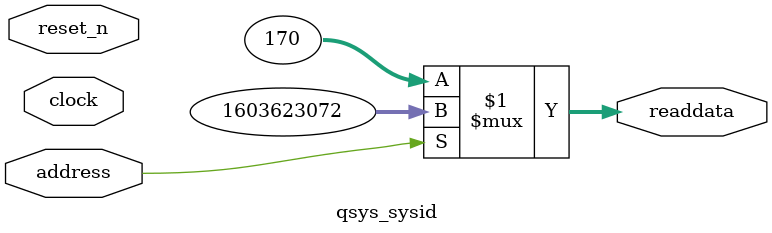
<source format=v>

`timescale 1ns / 1ps
// synthesis translate_on

// turn off superfluous verilog processor warnings 
// altera message_level Level1 
// altera message_off 10034 10035 10036 10037 10230 10240 10030 

module qsys_sysid (
               // inputs:
                address,
                clock,
                reset_n,

               // outputs:
                readdata
             )
;

  output  [ 31: 0] readdata;
  input            address;
  input            clock;
  input            reset_n;

  wire    [ 31: 0] readdata;
  //control_slave, which is an e_avalon_slave
  assign readdata = address ? 1603623072 : 170;

endmodule




</source>
